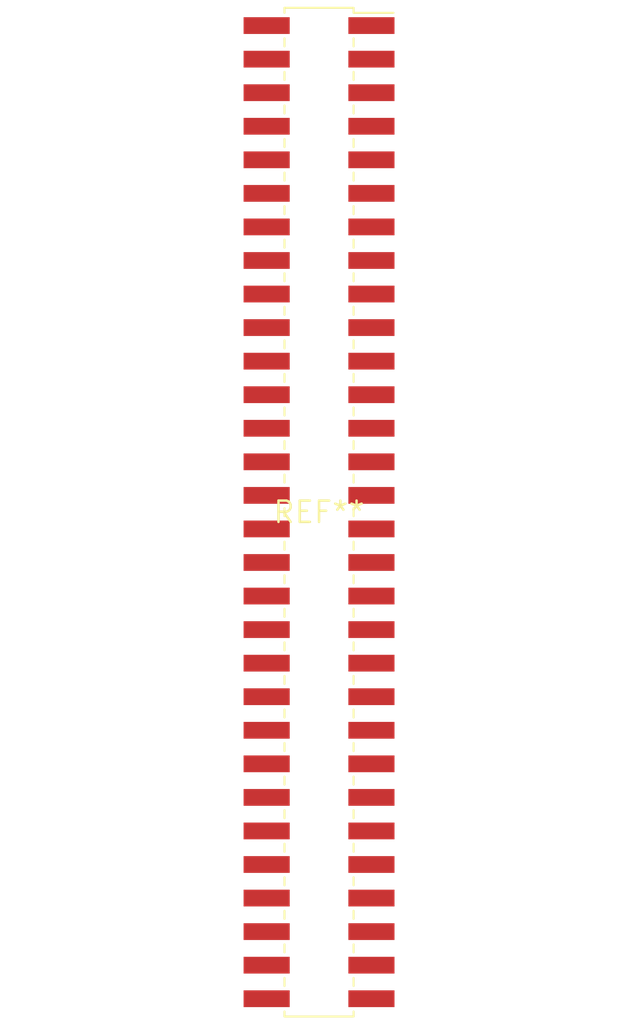
<source format=kicad_pcb>
(kicad_pcb (version 20240108) (generator pcbnew)
  (layers (0 "F.Cu" signal) (31 "B.Cu" signal) (34 "B.Paste" user) (35 "F.Paste" user) (36 "B.SilkS" user "B.Silkscreen") (37 "F.SilkS" user "F.Silkscreen") (38 "B.Mask" user) (39 "F.Mask" user) (44 "Edge.Cuts" user))
  (net 0 "")
  (footprint "PinSocket_2x30_P2.00mm_Vertical_SMD" (layer "F.Cu") (at 0 0)
    (property "Reference" "REF**")
    (property "Value" "PinSocket_2x30_P2.00mm_Vertical_SMD")
    (fp_line (start -2.06 -30.06) (end -2.06 -29.76) (layer "F.SilkS") (stroke (width 0.12)))
    (fp_line (start -2.06 -30.06) (end 2.06 -30.06) (layer "F.SilkS") (stroke (width 0.12)))
    (fp_line (start -2.06 -28.24) (end -2.06 -27.76) (layer "F.SilkS") (stroke (width 0.12)))
    (fp_line (start -2.06 -26.24) (end -2.06 -25.76) (layer "F.SilkS") (stroke (width 0.12)))
    (fp_line (start -2.06 -24.24) (end -2.06 -23.76) (layer "F.SilkS") (stroke (width 0.12)))
    (fp_line (start -2.06 -22.24) (end -2.06 -21.76) (layer "F.SilkS") (stroke (width 0.12)))
    (fp_line (start -2.06 -20.24) (end -2.06 -19.76) (layer "F.SilkS") (stroke (width 0.12)))
    (fp_line (start -2.06 -18.24) (end -2.06 -17.76) (layer "F.SilkS") (stroke (width 0.12)))
    (fp_line (start -2.06 -16.24) (end -2.06 -15.76) (layer "F.SilkS") (stroke (width 0.12)))
    (fp_line (start -2.06 -14.24) (end -2.06 -13.76) (layer "F.SilkS") (stroke (width 0.12)))
    (fp_line (start -2.06 -12.24) (end -2.06 -11.76) (layer "F.SilkS") (stroke (width 0.12)))
    (fp_line (start -2.06 -10.24) (end -2.06 -9.76) (layer "F.SilkS") (stroke (width 0.12)))
    (fp_line (start -2.06 -8.24) (end -2.06 -7.76) (layer "F.SilkS") (stroke (width 0.12)))
    (fp_line (start -2.06 -6.24) (end -2.06 -5.76) (layer "F.SilkS") (stroke (width 0.12)))
    (fp_line (start -2.06 -4.24) (end -2.06 -3.76) (layer "F.SilkS") (stroke (width 0.12)))
    (fp_line (start -2.06 -2.24) (end -2.06 -1.76) (layer "F.SilkS") (stroke (width 0.12)))
    (fp_line (start -2.06 -0.24) (end -2.06 0.24) (layer "F.SilkS") (stroke (width 0.12)))
    (fp_line (start -2.06 1.76) (end -2.06 2.24) (layer "F.SilkS") (stroke (width 0.12)))
    (fp_line (start -2.06 3.76) (end -2.06 4.24) (layer "F.SilkS") (stroke (width 0.12)))
    (fp_line (start -2.06 5.76) (end -2.06 6.24) (layer "F.SilkS") (stroke (width 0.12)))
    (fp_line (start -2.06 7.76) (end -2.06 8.24) (layer "F.SilkS") (stroke (width 0.12)))
    (fp_line (start -2.06 9.76) (end -2.06 10.24) (layer "F.SilkS") (stroke (width 0.12)))
    (fp_line (start -2.06 11.76) (end -2.06 12.24) (layer "F.SilkS") (stroke (width 0.12)))
    (fp_line (start -2.06 13.76) (end -2.06 14.24) (layer "F.SilkS") (stroke (width 0.12)))
    (fp_line (start -2.06 15.76) (end -2.06 16.24) (layer "F.SilkS") (stroke (width 0.12)))
    (fp_line (start -2.06 17.76) (end -2.06 18.24) (layer "F.SilkS") (stroke (width 0.12)))
    (fp_line (start -2.06 19.76) (end -2.06 20.24) (layer "F.SilkS") (stroke (width 0.12)))
    (fp_line (start -2.06 21.76) (end -2.06 22.24) (layer "F.SilkS") (stroke (width 0.12)))
    (fp_line (start -2.06 23.76) (end -2.06 24.24) (layer "F.SilkS") (stroke (width 0.12)))
    (fp_line (start -2.06 25.76) (end -2.06 26.24) (layer "F.SilkS") (stroke (width 0.12)))
    (fp_line (start -2.06 27.76) (end -2.06 28.24) (layer "F.SilkS") (stroke (width 0.12)))
    (fp_line (start -2.06 29.76) (end -2.06 30.06) (layer "F.SilkS") (stroke (width 0.12)))
    (fp_line (start -2.06 30.06) (end 2.06 30.06) (layer "F.SilkS") (stroke (width 0.12)))
    (fp_line (start 2.06 -30.06) (end 2.06 -29.76) (layer "F.SilkS") (stroke (width 0.12)))
    (fp_line (start 2.06 -29.76) (end 4.44 -29.76) (layer "F.SilkS") (stroke (width 0.12)))
    (fp_line (start 2.06 -28.24) (end 2.06 -27.76) (layer "F.SilkS") (stroke (width 0.12)))
    (fp_line (start 2.06 -26.24) (end 2.06 -25.76) (layer "F.SilkS") (stroke (width 0.12)))
    (fp_line (start 2.06 -24.24) (end 2.06 -23.76) (layer "F.SilkS") (stroke (width 0.12)))
    (fp_line (start 2.06 -22.24) (end 2.06 -21.76) (layer "F.SilkS") (stroke (width 0.12)))
    (fp_line (start 2.06 -20.24) (end 2.06 -19.76) (layer "F.SilkS") (stroke (width 0.12)))
    (fp_line (start 2.06 -18.24) (end 2.06 -17.76) (layer "F.SilkS") (stroke (width 0.12)))
    (fp_line (start 2.06 -16.24) (end 2.06 -15.76) (layer "F.SilkS") (stroke (width 0.12)))
    (fp_line (start 2.06 -14.24) (end 2.06 -13.76) (layer "F.SilkS") (stroke (width 0.12)))
    (fp_line (start 2.06 -12.24) (end 2.06 -11.76) (layer "F.SilkS") (stroke (width 0.12)))
    (fp_line (start 2.06 -10.24) (end 2.06 -9.76) (layer "F.SilkS") (stroke (width 0.12)))
    (fp_line (start 2.06 -8.24) (end 2.06 -7.76) (layer "F.SilkS") (stroke (width 0.12)))
    (fp_line (start 2.06 -6.24) (end 2.06 -5.76) (layer "F.SilkS") (stroke (width 0.12)))
    (fp_line (start 2.06 -4.24) (end 2.06 -3.76) (layer "F.SilkS") (stroke (width 0.12)))
    (fp_line (start 2.06 -2.24) (end 2.06 -1.76) (layer "F.SilkS") (stroke (width 0.12)))
    (fp_line (start 2.06 -0.24) (end 2.06 0.24) (layer "F.SilkS") (stroke (width 0.12)))
    (fp_line (start 2.06 1.76) (end 2.06 2.24) (layer "F.SilkS") (stroke (width 0.12)))
    (fp_line (start 2.06 3.76) (end 2.06 4.24) (layer "F.SilkS") (stroke (width 0.12)))
    (fp_line (start 2.06 5.76) (end 2.06 6.24) (layer "F.SilkS") (stroke (width 0.12)))
    (fp_line (start 2.06 7.76) (end 2.06 8.24) (layer "F.SilkS") (stroke (width 0.12)))
    (fp_line (start 2.06 9.76) (end 2.06 10.24) (layer "F.SilkS") (stroke (width 0.12)))
    (fp_line (start 2.06 11.76) (end 2.06 12.24) (layer "F.SilkS") (stroke (width 0.12)))
    (fp_line (start 2.06 13.76) (end 2.06 14.24) (layer "F.SilkS") (stroke (width 0.12)))
    (fp_line (start 2.06 15.76) (end 2.06 16.24) (layer "F.SilkS") (stroke (width 0.12)))
    (fp_line (start 2.06 17.76) (end 2.06 18.24) (layer "F.SilkS") (stroke (width 0.12)))
    (fp_line (start 2.06 19.76) (end 2.06 20.24) (layer "F.SilkS") (stroke (width 0.12)))
    (fp_line (start 2.06 21.76) (end 2.06 22.24) (layer "F.SilkS") (stroke (width 0.12)))
    (fp_line (start 2.06 23.76) (end 2.06 24.24) (layer "F.SilkS") (stroke (width 0.12)))
    (fp_line (start 2.06 25.76) (end 2.06 26.24) (layer "F.SilkS") (stroke (width 0.12)))
    (fp_line (start 2.06 27.76) (end 2.06 28.24) (layer "F.SilkS") (stroke (width 0.12)))
    (fp_line (start 2.06 29.76) (end 2.06 30.06) (layer "F.SilkS") (stroke (width 0.12)))
    (pad "1" smd rect (at 3.125 -29) (size 2.75 1) (layers "F.Cu" "F.Paste" "F.Mask"))
    (pad "2" smd rect (at -3.125 -29) (size 2.75 1) (layers "F.Cu" "F.Paste" "F.Mask"))
    (pad "3" smd rect (at 3.125 -27) (size 2.75 1) (layers "F.Cu" "F.Paste" "F.Mask"))
    (pad "4" smd rect (at -3.125 -27) (size 2.75 1) (layers "F.Cu" "F.Paste" "F.Mask"))
    (pad "5" smd rect (at 3.125 -25) (size 2.75 1) (layers "F.Cu" "F.Paste" "F.Mask"))
    (pad "6" smd rect (at -3.125 -25) (size 2.75 1) (layers "F.Cu" "F.Paste" "F.Mask"))
    (pad "7" smd rect (at 3.125 -23) (size 2.75 1) (layers "F.Cu" "F.Paste" "F.Mask"))
    (pad "8" smd rect (at -3.125 -23) (size 2.75 1) (layers "F.Cu" "F.Paste" "F.Mask"))
    (pad "9" smd rect (at 3.125 -21) (size 2.75 1) (layers "F.Cu" "F.Paste" "F.Mask"))
    (pad "10" smd rect (at -3.125 -21) (size 2.75 1) (layers "F.Cu" "F.Paste" "F.Mask"))
    (pad "11" smd rect (at 3.125 -19) (size 2.75 1) (layers "F.Cu" "F.Paste" "F.Mask"))
    (pad "12" smd rect (at -3.125 -19) (size 2.75 1) (layers "F.Cu" "F.Paste" "F.Mask"))
    (pad "13" smd rect (at 3.125 -17) (size 2.75 1) (layers "F.Cu" "F.Paste" "F.Mask"))
    (pad "14" smd rect (at -3.125 -17) (size 2.75 1) (layers "F.Cu" "F.Paste" "F.Mask"))
    (pad "15" smd rect (at 3.125 -15) (size 2.75 1) (layers "F.Cu" "F.Paste" "F.Mask"))
    (pad "16" smd rect (at -3.125 -15) (size 2.75 1) (layers "F.Cu" "F.Paste" "F.Mask"))
    (pad "17" smd rect (at 3.125 -13) (size 2.75 1) (layers "F.Cu" "F.Paste" "F.Mask"))
    (pad "18" smd rect (at -3.125 -13) (size 2.75 1) (layers "F.Cu" "F.Paste" "F.Mask"))
    (pad "19" smd rect (at 3.125 -11) (size 2.75 1) (layers "F.Cu" "F.Paste" "F.Mask"))
    (pad "20" smd rect (at -3.125 -11) (size 2.75 1) (layers "F.Cu" "F.Paste" "F.Mask"))
    (pad "21" smd rect (at 3.125 -9) (size 2.75 1) (layers "F.Cu" "F.Paste" "F.Mask"))
    (pad "22" smd rect (at -3.125 -9) (size 2.75 1) (layers "F.Cu" "F.Paste" "F.Mask"))
    (pad "23" smd rect (at 3.125 -7) (size 2.75 1) (layers "F.Cu" "F.Paste" "F.Mask"))
    (pad "24" smd rect (at -3.125 -7) (size 2.75 1) (layers "F.Cu" "F.Paste" "F.Mask"))
    (pad "25" smd rect (at 3.125 -5) (size 2.75 1) (layers "F.Cu" "F.Paste" "F.Mask"))
    (pad "26" smd rect (at -3.125 -5) (size 2.75 1) (layers "F.Cu" "F.Paste" "F.Mask"))
    (pad "27" smd rect (at 3.125 -3) (size 2.75 1) (layers "F.Cu" "F.Paste" "F.Mask"))
    (pad "28" smd rect (at -3.125 -3) (size 2.75 1) (layers "F.Cu" "F.Paste" "F.Mask"))
    (pad "29" smd rect (at 3.125 -1) (size 2.75 1) (layers "F.Cu" "F.Paste" "F.Mask"))
    (pad "30" smd rect (at -3.125 -1) (size 2.75 1) (layers "F.Cu" "F.Paste" "F.Mask"))
    (pad "31" smd rect (at 3.125 1) (size 2.75 1) (layers "F.Cu" "F.Paste" "F.Mask"))
    (pad "32" smd rect (at -3.125 1) (size 2.75 1) (layers "F.Cu" "F.Paste" "F.Mask"))
    (pad "33" smd rect (at 3.125 3) (size 2.75 1) (layers "F.Cu" "F.Paste" "F.Mask"))
    (pad "34" smd rect (at -3.125 3) (size 2.75 1) (layers "F.Cu" "F.Paste" "F.Mask"))
    (pad "35" smd rect (at 3.125 5) (size 2.75 1) (layers "F.Cu" "F.Paste" "F.Mask"))
    (pad "36" smd rect (at -3.125 5) (size 2.75 1) (layers "F.Cu" "F.Paste" "F.Mask"))
    (pad "37" smd rect (at 3.125 7) (size 2.75 1) (layers "F.Cu" "F.Paste" "F.Mask"))
    (pad "38" smd rect (at -3.125 7) (size 2.75 1) (layers "F.Cu" "F.Paste" "F.Mask"))
    (pad "39" smd rect (at 3.125 9) (size 2.75 1) (layers "F.Cu" "F.Paste" "F.Mask"))
    (pad "40" smd rect (at -3.125 9) (size 2.75 1) (layers "F.Cu" "F.Paste" "F.Mask"))
    (pad "41" smd rect (at 3.125 11) (size 2.75 1) (layers "F.Cu" "F.Paste" "F.Mask"))
    (pad "42" smd rect (at -3.125 11) (size 2.75 1) (layers "F.Cu" "F.Paste" "F.Mask"))
    (pad "43" smd rect (at 3.125 13) (size 2.75 1) (layers "F.Cu" "F.Paste" "F.Mask"))
    (pad "44" smd rect (at -3.125 13) (size 2.75 1) (layers "F.Cu" "F.Paste" "F.Mask"))
    (pad "45" smd rect (at 3.125 15) (size 2.75 1) (layers "F.Cu" "F.Paste" "F.Mask"))
    (pad "46" smd rect (at -3.125 15) (size 2.75 1) (layers "F.Cu" "F.Paste" "F.Mask"))
    (pad "47" smd rect (at 3.125 17) (size 2.75 1) (layers "F.Cu" "F.Paste" "F.Mask"))
    (pad "48" smd rect (at -3.125 17) (size 2.75 1) (layers "F.Cu" "F.Paste" "F.Mask"))
    (pad "49" smd rect (at 3.125 19) (size 2.75 1) (layers "F.Cu" "F.Paste" "F.Mask"))
    (pad "50" smd rect (at -3.125 19) (size 2.75 1) (layers "F.Cu" "F.Paste" "F.Mask"))
    (pad "51" smd rect (at 3.125 21) (size 2.75 1) (layers "F.Cu" "F.Paste" "F.Mask"))
    (pad "52" smd rect (at -3.125 21) (size 2.75 1) (layers "F.Cu" "F.Paste" "F.Mask"))
    (pad "53" smd rect (at 3.125 23) (size 2.75 1) (layers "F.Cu" "F.Paste" "F.Mask"))
    (pad "54" smd rect (at -3.125 23) (size 2.75 1) (layers "F.Cu" "F.Paste" "F.Mask"))
    (pad "55" smd rect (at 3.125 25) (size 2.75 1) (layers "F.Cu" "F.Paste" "F.Mask"))
    (pad "56" smd rect (at -3.125 25) (size 2.75 1) (layers "F.Cu" "F.Paste" "F.Mask"))
    (pad "57" smd rect (at 3.125 27) (size 2.75 1) (layers "F.Cu" "F.Paste" "F.Mask"))
    (pad "58" smd rect (at -3.125 27) (size 2.75 1) (layers "F.Cu" "F.Paste" "F.Mask"))
    (pad "59" smd rect (at 3.125 29) (size 2.75 1) (layers "F.Cu" "F.Paste" "F.Mask"))
    (pad "60" smd rect (at -3.125 29) (size 2.75 1) (layers "F.Cu" "F.Paste" "F.Mask"))
  )
)
</source>
